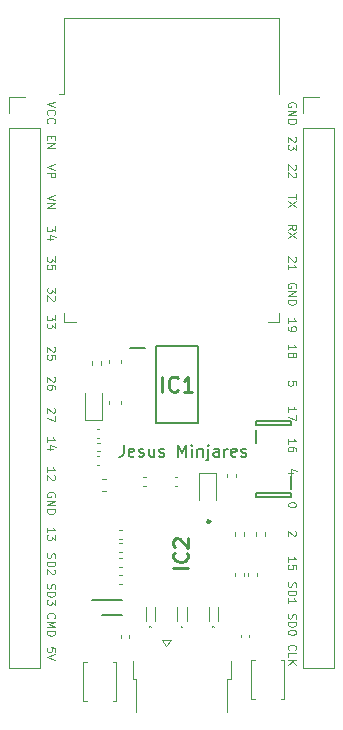
<source format=gto>
%TF.GenerationSoftware,KiCad,Pcbnew,(5.1.10)-1*%
%TF.CreationDate,2021-10-10T21:05:51-06:00*%
%TF.ProjectId,ESP32_Boardv2.0,45535033-325f-4426-9f61-726476322e30,rev?*%
%TF.SameCoordinates,Original*%
%TF.FileFunction,Legend,Top*%
%TF.FilePolarity,Positive*%
%FSLAX46Y46*%
G04 Gerber Fmt 4.6, Leading zero omitted, Abs format (unit mm)*
G04 Created by KiCad (PCBNEW (5.1.10)-1) date 2021-10-10 21:05:51*
%MOMM*%
%LPD*%
G01*
G04 APERTURE LIST*
%ADD10C,0.150000*%
%ADD11C,0.100000*%
%ADD12C,0.120000*%
%ADD13C,0.200000*%
%ADD14C,0.254000*%
G04 APERTURE END LIST*
D10*
X112666190Y-56692380D02*
X112666190Y-57406666D01*
X112618571Y-57549523D01*
X112523333Y-57644761D01*
X112380476Y-57692380D01*
X112285238Y-57692380D01*
X113523333Y-57644761D02*
X113428095Y-57692380D01*
X113237619Y-57692380D01*
X113142380Y-57644761D01*
X113094761Y-57549523D01*
X113094761Y-57168571D01*
X113142380Y-57073333D01*
X113237619Y-57025714D01*
X113428095Y-57025714D01*
X113523333Y-57073333D01*
X113570952Y-57168571D01*
X113570952Y-57263809D01*
X113094761Y-57359047D01*
X113951904Y-57644761D02*
X114047142Y-57692380D01*
X114237619Y-57692380D01*
X114332857Y-57644761D01*
X114380476Y-57549523D01*
X114380476Y-57501904D01*
X114332857Y-57406666D01*
X114237619Y-57359047D01*
X114094761Y-57359047D01*
X113999523Y-57311428D01*
X113951904Y-57216190D01*
X113951904Y-57168571D01*
X113999523Y-57073333D01*
X114094761Y-57025714D01*
X114237619Y-57025714D01*
X114332857Y-57073333D01*
X115237619Y-57025714D02*
X115237619Y-57692380D01*
X114809047Y-57025714D02*
X114809047Y-57549523D01*
X114856666Y-57644761D01*
X114951904Y-57692380D01*
X115094761Y-57692380D01*
X115190000Y-57644761D01*
X115237619Y-57597142D01*
X115666190Y-57644761D02*
X115761428Y-57692380D01*
X115951904Y-57692380D01*
X116047142Y-57644761D01*
X116094761Y-57549523D01*
X116094761Y-57501904D01*
X116047142Y-57406666D01*
X115951904Y-57359047D01*
X115809047Y-57359047D01*
X115713809Y-57311428D01*
X115666190Y-57216190D01*
X115666190Y-57168571D01*
X115713809Y-57073333D01*
X115809047Y-57025714D01*
X115951904Y-57025714D01*
X116047142Y-57073333D01*
X117285238Y-57692380D02*
X117285238Y-56692380D01*
X117618571Y-57406666D01*
X117951904Y-56692380D01*
X117951904Y-57692380D01*
X118428095Y-57692380D02*
X118428095Y-57025714D01*
X118428095Y-56692380D02*
X118380476Y-56740000D01*
X118428095Y-56787619D01*
X118475714Y-56740000D01*
X118428095Y-56692380D01*
X118428095Y-56787619D01*
X118904285Y-57025714D02*
X118904285Y-57692380D01*
X118904285Y-57120952D02*
X118951904Y-57073333D01*
X119047142Y-57025714D01*
X119190000Y-57025714D01*
X119285238Y-57073333D01*
X119332857Y-57168571D01*
X119332857Y-57692380D01*
X119809047Y-57025714D02*
X119809047Y-57882857D01*
X119761428Y-57978095D01*
X119666190Y-58025714D01*
X119618571Y-58025714D01*
X119809047Y-56692380D02*
X119761428Y-56740000D01*
X119809047Y-56787619D01*
X119856666Y-56740000D01*
X119809047Y-56692380D01*
X119809047Y-56787619D01*
X120713809Y-57692380D02*
X120713809Y-57168571D01*
X120666190Y-57073333D01*
X120570952Y-57025714D01*
X120380476Y-57025714D01*
X120285238Y-57073333D01*
X120713809Y-57644761D02*
X120618571Y-57692380D01*
X120380476Y-57692380D01*
X120285238Y-57644761D01*
X120237619Y-57549523D01*
X120237619Y-57454285D01*
X120285238Y-57359047D01*
X120380476Y-57311428D01*
X120618571Y-57311428D01*
X120713809Y-57263809D01*
X121190000Y-57692380D02*
X121190000Y-57025714D01*
X121190000Y-57216190D02*
X121237619Y-57120952D01*
X121285238Y-57073333D01*
X121380476Y-57025714D01*
X121475714Y-57025714D01*
X122190000Y-57644761D02*
X122094761Y-57692380D01*
X121904285Y-57692380D01*
X121809047Y-57644761D01*
X121761428Y-57549523D01*
X121761428Y-57168571D01*
X121809047Y-57073333D01*
X121904285Y-57025714D01*
X122094761Y-57025714D01*
X122190000Y-57073333D01*
X122237619Y-57168571D01*
X122237619Y-57263809D01*
X121761428Y-57359047D01*
X122618571Y-57644761D02*
X122713809Y-57692380D01*
X122904285Y-57692380D01*
X122999523Y-57644761D01*
X123047142Y-57549523D01*
X123047142Y-57501904D01*
X122999523Y-57406666D01*
X122904285Y-57359047D01*
X122761428Y-57359047D01*
X122666190Y-57311428D01*
X122618571Y-57216190D01*
X122618571Y-57168571D01*
X122666190Y-57073333D01*
X122761428Y-57025714D01*
X122904285Y-57025714D01*
X122999523Y-57073333D01*
D11*
X126630000Y-74063333D02*
X126596666Y-74030000D01*
X126563333Y-73930000D01*
X126563333Y-73863333D01*
X126596666Y-73763333D01*
X126663333Y-73696666D01*
X126730000Y-73663333D01*
X126863333Y-73630000D01*
X126963333Y-73630000D01*
X127096666Y-73663333D01*
X127163333Y-73696666D01*
X127230000Y-73763333D01*
X127263333Y-73863333D01*
X127263333Y-73930000D01*
X127230000Y-74030000D01*
X127196666Y-74063333D01*
X126563333Y-74696666D02*
X126563333Y-74363333D01*
X127263333Y-74363333D01*
X126563333Y-74930000D02*
X127263333Y-74930000D01*
X126563333Y-75330000D02*
X126963333Y-75030000D01*
X127263333Y-75330000D02*
X126863333Y-74930000D01*
X126596666Y-71016666D02*
X126563333Y-71116666D01*
X126563333Y-71283333D01*
X126596666Y-71350000D01*
X126630000Y-71383333D01*
X126696666Y-71416666D01*
X126763333Y-71416666D01*
X126830000Y-71383333D01*
X126863333Y-71350000D01*
X126896666Y-71283333D01*
X126930000Y-71150000D01*
X126963333Y-71083333D01*
X126996666Y-71050000D01*
X127063333Y-71016666D01*
X127130000Y-71016666D01*
X127196666Y-71050000D01*
X127230000Y-71083333D01*
X127263333Y-71150000D01*
X127263333Y-71316666D01*
X127230000Y-71416666D01*
X126563333Y-71716666D02*
X127263333Y-71716666D01*
X127263333Y-71883333D01*
X127230000Y-71983333D01*
X127163333Y-72050000D01*
X127096666Y-72083333D01*
X126963333Y-72116666D01*
X126863333Y-72116666D01*
X126730000Y-72083333D01*
X126663333Y-72050000D01*
X126596666Y-71983333D01*
X126563333Y-71883333D01*
X126563333Y-71716666D01*
X127263333Y-72550000D02*
X127263333Y-72616666D01*
X127230000Y-72683333D01*
X127196666Y-72716666D01*
X127130000Y-72750000D01*
X126996666Y-72783333D01*
X126830000Y-72783333D01*
X126696666Y-72750000D01*
X126630000Y-72716666D01*
X126596666Y-72683333D01*
X126563333Y-72616666D01*
X126563333Y-72550000D01*
X126596666Y-72483333D01*
X126630000Y-72450000D01*
X126696666Y-72416666D01*
X126830000Y-72383333D01*
X126996666Y-72383333D01*
X127130000Y-72416666D01*
X127196666Y-72450000D01*
X127230000Y-72483333D01*
X127263333Y-72550000D01*
X126596666Y-68346666D02*
X126563333Y-68446666D01*
X126563333Y-68613333D01*
X126596666Y-68680000D01*
X126630000Y-68713333D01*
X126696666Y-68746666D01*
X126763333Y-68746666D01*
X126830000Y-68713333D01*
X126863333Y-68680000D01*
X126896666Y-68613333D01*
X126930000Y-68480000D01*
X126963333Y-68413333D01*
X126996666Y-68380000D01*
X127063333Y-68346666D01*
X127130000Y-68346666D01*
X127196666Y-68380000D01*
X127230000Y-68413333D01*
X127263333Y-68480000D01*
X127263333Y-68646666D01*
X127230000Y-68746666D01*
X126563333Y-69046666D02*
X127263333Y-69046666D01*
X127263333Y-69213333D01*
X127230000Y-69313333D01*
X127163333Y-69380000D01*
X127096666Y-69413333D01*
X126963333Y-69446666D01*
X126863333Y-69446666D01*
X126730000Y-69413333D01*
X126663333Y-69380000D01*
X126596666Y-69313333D01*
X126563333Y-69213333D01*
X126563333Y-69046666D01*
X126563333Y-70113333D02*
X126563333Y-69713333D01*
X126563333Y-69913333D02*
X127263333Y-69913333D01*
X127163333Y-69846666D01*
X127096666Y-69780000D01*
X127063333Y-69713333D01*
X126563333Y-66586666D02*
X126563333Y-66186666D01*
X126563333Y-66386666D02*
X127263333Y-66386666D01*
X127163333Y-66320000D01*
X127096666Y-66253333D01*
X127063333Y-66186666D01*
X127263333Y-67220000D02*
X127263333Y-66886666D01*
X126930000Y-66853333D01*
X126963333Y-66886666D01*
X126996666Y-66953333D01*
X126996666Y-67120000D01*
X126963333Y-67186666D01*
X126930000Y-67220000D01*
X126863333Y-67253333D01*
X126696666Y-67253333D01*
X126630000Y-67220000D01*
X126596666Y-67186666D01*
X126563333Y-67120000D01*
X126563333Y-66953333D01*
X126596666Y-66886666D01*
X126630000Y-66853333D01*
X127196666Y-64010000D02*
X127230000Y-64043333D01*
X127263333Y-64110000D01*
X127263333Y-64276666D01*
X127230000Y-64343333D01*
X127196666Y-64376666D01*
X127130000Y-64410000D01*
X127063333Y-64410000D01*
X126963333Y-64376666D01*
X126563333Y-63976666D01*
X126563333Y-64410000D01*
X127263333Y-61746666D02*
X127263333Y-61813333D01*
X127230000Y-61880000D01*
X127196666Y-61913333D01*
X127130000Y-61946666D01*
X126996666Y-61980000D01*
X126830000Y-61980000D01*
X126696666Y-61946666D01*
X126630000Y-61913333D01*
X126596666Y-61880000D01*
X126563333Y-61813333D01*
X126563333Y-61746666D01*
X126596666Y-61680000D01*
X126630000Y-61646666D01*
X126696666Y-61613333D01*
X126830000Y-61580000D01*
X126996666Y-61580000D01*
X127130000Y-61613333D01*
X127196666Y-61646666D01*
X127230000Y-61680000D01*
X127263333Y-61746666D01*
X127030000Y-59123333D02*
X126563333Y-59123333D01*
X127296666Y-58956666D02*
X126796666Y-58790000D01*
X126796666Y-59223333D01*
X126563333Y-56596666D02*
X126563333Y-56196666D01*
X126563333Y-56396666D02*
X127263333Y-56396666D01*
X127163333Y-56330000D01*
X127096666Y-56263333D01*
X127063333Y-56196666D01*
X127263333Y-57196666D02*
X127263333Y-57063333D01*
X127230000Y-56996666D01*
X127196666Y-56963333D01*
X127096666Y-56896666D01*
X126963333Y-56863333D01*
X126696666Y-56863333D01*
X126630000Y-56896666D01*
X126596666Y-56930000D01*
X126563333Y-56996666D01*
X126563333Y-57130000D01*
X126596666Y-57196666D01*
X126630000Y-57230000D01*
X126696666Y-57263333D01*
X126863333Y-57263333D01*
X126930000Y-57230000D01*
X126963333Y-57196666D01*
X126996666Y-57130000D01*
X126996666Y-56996666D01*
X126963333Y-56930000D01*
X126930000Y-56896666D01*
X126863333Y-56863333D01*
X126563333Y-53906666D02*
X126563333Y-53506666D01*
X126563333Y-53706666D02*
X127263333Y-53706666D01*
X127163333Y-53640000D01*
X127096666Y-53573333D01*
X127063333Y-53506666D01*
X127263333Y-54140000D02*
X127263333Y-54606666D01*
X126563333Y-54306666D01*
X127263333Y-51656666D02*
X127263333Y-51323333D01*
X126930000Y-51290000D01*
X126963333Y-51323333D01*
X126996666Y-51390000D01*
X126996666Y-51556666D01*
X126963333Y-51623333D01*
X126930000Y-51656666D01*
X126863333Y-51690000D01*
X126696666Y-51690000D01*
X126630000Y-51656666D01*
X126596666Y-51623333D01*
X126563333Y-51556666D01*
X126563333Y-51390000D01*
X126596666Y-51323333D01*
X126630000Y-51290000D01*
X126563333Y-48626666D02*
X126563333Y-48226666D01*
X126563333Y-48426666D02*
X127263333Y-48426666D01*
X127163333Y-48360000D01*
X127096666Y-48293333D01*
X127063333Y-48226666D01*
X126963333Y-49026666D02*
X126996666Y-48960000D01*
X127030000Y-48926666D01*
X127096666Y-48893333D01*
X127130000Y-48893333D01*
X127196666Y-48926666D01*
X127230000Y-48960000D01*
X127263333Y-49026666D01*
X127263333Y-49160000D01*
X127230000Y-49226666D01*
X127196666Y-49260000D01*
X127130000Y-49293333D01*
X127096666Y-49293333D01*
X127030000Y-49260000D01*
X126996666Y-49226666D01*
X126963333Y-49160000D01*
X126963333Y-49026666D01*
X126930000Y-48960000D01*
X126896666Y-48926666D01*
X126830000Y-48893333D01*
X126696666Y-48893333D01*
X126630000Y-48926666D01*
X126596666Y-48960000D01*
X126563333Y-49026666D01*
X126563333Y-49160000D01*
X126596666Y-49226666D01*
X126630000Y-49260000D01*
X126696666Y-49293333D01*
X126830000Y-49293333D01*
X126896666Y-49260000D01*
X126930000Y-49226666D01*
X126963333Y-49160000D01*
X126563333Y-46406666D02*
X126563333Y-46006666D01*
X126563333Y-46206666D02*
X127263333Y-46206666D01*
X127163333Y-46140000D01*
X127096666Y-46073333D01*
X127063333Y-46006666D01*
X126563333Y-46740000D02*
X126563333Y-46873333D01*
X126596666Y-46940000D01*
X126630000Y-46973333D01*
X126730000Y-47040000D01*
X126863333Y-47073333D01*
X127130000Y-47073333D01*
X127196666Y-47040000D01*
X127230000Y-47006666D01*
X127263333Y-46940000D01*
X127263333Y-46806666D01*
X127230000Y-46740000D01*
X127196666Y-46706666D01*
X127130000Y-46673333D01*
X126963333Y-46673333D01*
X126896666Y-46706666D01*
X126863333Y-46740000D01*
X126830000Y-46806666D01*
X126830000Y-46940000D01*
X126863333Y-47006666D01*
X126896666Y-47040000D01*
X126963333Y-47073333D01*
X127230000Y-43386666D02*
X127263333Y-43320000D01*
X127263333Y-43220000D01*
X127230000Y-43120000D01*
X127163333Y-43053333D01*
X127096666Y-43020000D01*
X126963333Y-42986666D01*
X126863333Y-42986666D01*
X126730000Y-43020000D01*
X126663333Y-43053333D01*
X126596666Y-43120000D01*
X126563333Y-43220000D01*
X126563333Y-43286666D01*
X126596666Y-43386666D01*
X126630000Y-43420000D01*
X126863333Y-43420000D01*
X126863333Y-43286666D01*
X126563333Y-43720000D02*
X127263333Y-43720000D01*
X126563333Y-44120000D01*
X127263333Y-44120000D01*
X126563333Y-44453333D02*
X127263333Y-44453333D01*
X127263333Y-44620000D01*
X127230000Y-44720000D01*
X127163333Y-44786666D01*
X127096666Y-44820000D01*
X126963333Y-44853333D01*
X126863333Y-44853333D01*
X126730000Y-44820000D01*
X126663333Y-44786666D01*
X126596666Y-44720000D01*
X126563333Y-44620000D01*
X126563333Y-44453333D01*
X127196666Y-40786666D02*
X127230000Y-40820000D01*
X127263333Y-40886666D01*
X127263333Y-41053333D01*
X127230000Y-41120000D01*
X127196666Y-41153333D01*
X127130000Y-41186666D01*
X127063333Y-41186666D01*
X126963333Y-41153333D01*
X126563333Y-40753333D01*
X126563333Y-41186666D01*
X126563333Y-41853333D02*
X126563333Y-41453333D01*
X126563333Y-41653333D02*
X127263333Y-41653333D01*
X127163333Y-41586666D01*
X127096666Y-41520000D01*
X127063333Y-41453333D01*
X126563333Y-38483333D02*
X126896666Y-38250000D01*
X126563333Y-38083333D02*
X127263333Y-38083333D01*
X127263333Y-38350000D01*
X127230000Y-38416666D01*
X127196666Y-38450000D01*
X127130000Y-38483333D01*
X127030000Y-38483333D01*
X126963333Y-38450000D01*
X126930000Y-38416666D01*
X126896666Y-38350000D01*
X126896666Y-38083333D01*
X127263333Y-38716666D02*
X126563333Y-39183333D01*
X127263333Y-39183333D02*
X126563333Y-38716666D01*
X127263333Y-35506666D02*
X127263333Y-35906666D01*
X126563333Y-35706666D02*
X127263333Y-35706666D01*
X127263333Y-36073333D02*
X126563333Y-36540000D01*
X127263333Y-36540000D02*
X126563333Y-36073333D01*
X127196666Y-32996666D02*
X127230000Y-33030000D01*
X127263333Y-33096666D01*
X127263333Y-33263333D01*
X127230000Y-33330000D01*
X127196666Y-33363333D01*
X127130000Y-33396666D01*
X127063333Y-33396666D01*
X126963333Y-33363333D01*
X126563333Y-32963333D01*
X126563333Y-33396666D01*
X127196666Y-33663333D02*
X127230000Y-33696666D01*
X127263333Y-33763333D01*
X127263333Y-33930000D01*
X127230000Y-33996666D01*
X127196666Y-34030000D01*
X127130000Y-34063333D01*
X127063333Y-34063333D01*
X126963333Y-34030000D01*
X126563333Y-33630000D01*
X126563333Y-34063333D01*
X127196666Y-30646666D02*
X127230000Y-30680000D01*
X127263333Y-30746666D01*
X127263333Y-30913333D01*
X127230000Y-30980000D01*
X127196666Y-31013333D01*
X127130000Y-31046666D01*
X127063333Y-31046666D01*
X126963333Y-31013333D01*
X126563333Y-30613333D01*
X126563333Y-31046666D01*
X127263333Y-31280000D02*
X127263333Y-31713333D01*
X126996666Y-31480000D01*
X126996666Y-31580000D01*
X126963333Y-31646666D01*
X126930000Y-31680000D01*
X126863333Y-31713333D01*
X126696666Y-31713333D01*
X126630000Y-31680000D01*
X126596666Y-31646666D01*
X126563333Y-31580000D01*
X126563333Y-31380000D01*
X126596666Y-31313333D01*
X126630000Y-31280000D01*
X127230000Y-28086666D02*
X127263333Y-28020000D01*
X127263333Y-27920000D01*
X127230000Y-27820000D01*
X127163333Y-27753333D01*
X127096666Y-27720000D01*
X126963333Y-27686666D01*
X126863333Y-27686666D01*
X126730000Y-27720000D01*
X126663333Y-27753333D01*
X126596666Y-27820000D01*
X126563333Y-27920000D01*
X126563333Y-27986666D01*
X126596666Y-28086666D01*
X126630000Y-28120000D01*
X126863333Y-28120000D01*
X126863333Y-27986666D01*
X126563333Y-28420000D02*
X127263333Y-28420000D01*
X126563333Y-28820000D01*
X127263333Y-28820000D01*
X126563333Y-29153333D02*
X127263333Y-29153333D01*
X127263333Y-29320000D01*
X127230000Y-29420000D01*
X127163333Y-29486666D01*
X127096666Y-29520000D01*
X126963333Y-29553333D01*
X126863333Y-29553333D01*
X126730000Y-29520000D01*
X126663333Y-29486666D01*
X126596666Y-29420000D01*
X126563333Y-29320000D01*
X126563333Y-29153333D01*
X106863333Y-74206666D02*
X106863333Y-73873333D01*
X106530000Y-73840000D01*
X106563333Y-73873333D01*
X106596666Y-73940000D01*
X106596666Y-74106666D01*
X106563333Y-74173333D01*
X106530000Y-74206666D01*
X106463333Y-74240000D01*
X106296666Y-74240000D01*
X106230000Y-74206666D01*
X106196666Y-74173333D01*
X106163333Y-74106666D01*
X106163333Y-73940000D01*
X106196666Y-73873333D01*
X106230000Y-73840000D01*
X106863333Y-74440000D02*
X106163333Y-74673333D01*
X106863333Y-74906666D01*
X106230000Y-71376666D02*
X106196666Y-71343333D01*
X106163333Y-71243333D01*
X106163333Y-71176666D01*
X106196666Y-71076666D01*
X106263333Y-71010000D01*
X106330000Y-70976666D01*
X106463333Y-70943333D01*
X106563333Y-70943333D01*
X106696666Y-70976666D01*
X106763333Y-71010000D01*
X106830000Y-71076666D01*
X106863333Y-71176666D01*
X106863333Y-71243333D01*
X106830000Y-71343333D01*
X106796666Y-71376666D01*
X106163333Y-71676666D02*
X106863333Y-71676666D01*
X106363333Y-71910000D01*
X106863333Y-72143333D01*
X106163333Y-72143333D01*
X106163333Y-72476666D02*
X106863333Y-72476666D01*
X106863333Y-72643333D01*
X106830000Y-72743333D01*
X106763333Y-72810000D01*
X106696666Y-72843333D01*
X106563333Y-72876666D01*
X106463333Y-72876666D01*
X106330000Y-72843333D01*
X106263333Y-72810000D01*
X106196666Y-72743333D01*
X106163333Y-72643333D01*
X106163333Y-72476666D01*
X106196666Y-68476666D02*
X106163333Y-68576666D01*
X106163333Y-68743333D01*
X106196666Y-68810000D01*
X106230000Y-68843333D01*
X106296666Y-68876666D01*
X106363333Y-68876666D01*
X106430000Y-68843333D01*
X106463333Y-68810000D01*
X106496666Y-68743333D01*
X106530000Y-68610000D01*
X106563333Y-68543333D01*
X106596666Y-68510000D01*
X106663333Y-68476666D01*
X106730000Y-68476666D01*
X106796666Y-68510000D01*
X106830000Y-68543333D01*
X106863333Y-68610000D01*
X106863333Y-68776666D01*
X106830000Y-68876666D01*
X106163333Y-69176666D02*
X106863333Y-69176666D01*
X106863333Y-69343333D01*
X106830000Y-69443333D01*
X106763333Y-69510000D01*
X106696666Y-69543333D01*
X106563333Y-69576666D01*
X106463333Y-69576666D01*
X106330000Y-69543333D01*
X106263333Y-69510000D01*
X106196666Y-69443333D01*
X106163333Y-69343333D01*
X106163333Y-69176666D01*
X106863333Y-69810000D02*
X106863333Y-70243333D01*
X106596666Y-70010000D01*
X106596666Y-70110000D01*
X106563333Y-70176666D01*
X106530000Y-70210000D01*
X106463333Y-70243333D01*
X106296666Y-70243333D01*
X106230000Y-70210000D01*
X106196666Y-70176666D01*
X106163333Y-70110000D01*
X106163333Y-69910000D01*
X106196666Y-69843333D01*
X106230000Y-69810000D01*
X106196666Y-65896666D02*
X106163333Y-65996666D01*
X106163333Y-66163333D01*
X106196666Y-66230000D01*
X106230000Y-66263333D01*
X106296666Y-66296666D01*
X106363333Y-66296666D01*
X106430000Y-66263333D01*
X106463333Y-66230000D01*
X106496666Y-66163333D01*
X106530000Y-66030000D01*
X106563333Y-65963333D01*
X106596666Y-65930000D01*
X106663333Y-65896666D01*
X106730000Y-65896666D01*
X106796666Y-65930000D01*
X106830000Y-65963333D01*
X106863333Y-66030000D01*
X106863333Y-66196666D01*
X106830000Y-66296666D01*
X106163333Y-66596666D02*
X106863333Y-66596666D01*
X106863333Y-66763333D01*
X106830000Y-66863333D01*
X106763333Y-66930000D01*
X106696666Y-66963333D01*
X106563333Y-66996666D01*
X106463333Y-66996666D01*
X106330000Y-66963333D01*
X106263333Y-66930000D01*
X106196666Y-66863333D01*
X106163333Y-66763333D01*
X106163333Y-66596666D01*
X106796666Y-67263333D02*
X106830000Y-67296666D01*
X106863333Y-67363333D01*
X106863333Y-67530000D01*
X106830000Y-67596666D01*
X106796666Y-67630000D01*
X106730000Y-67663333D01*
X106663333Y-67663333D01*
X106563333Y-67630000D01*
X106163333Y-67230000D01*
X106163333Y-67663333D01*
X106163333Y-64106666D02*
X106163333Y-63706666D01*
X106163333Y-63906666D02*
X106863333Y-63906666D01*
X106763333Y-63840000D01*
X106696666Y-63773333D01*
X106663333Y-63706666D01*
X106863333Y-64340000D02*
X106863333Y-64773333D01*
X106596666Y-64540000D01*
X106596666Y-64640000D01*
X106563333Y-64706666D01*
X106530000Y-64740000D01*
X106463333Y-64773333D01*
X106296666Y-64773333D01*
X106230000Y-64740000D01*
X106196666Y-64706666D01*
X106163333Y-64640000D01*
X106163333Y-64440000D01*
X106196666Y-64373333D01*
X106230000Y-64340000D01*
X106830000Y-61096666D02*
X106863333Y-61030000D01*
X106863333Y-60930000D01*
X106830000Y-60830000D01*
X106763333Y-60763333D01*
X106696666Y-60730000D01*
X106563333Y-60696666D01*
X106463333Y-60696666D01*
X106330000Y-60730000D01*
X106263333Y-60763333D01*
X106196666Y-60830000D01*
X106163333Y-60930000D01*
X106163333Y-60996666D01*
X106196666Y-61096666D01*
X106230000Y-61130000D01*
X106463333Y-61130000D01*
X106463333Y-60996666D01*
X106163333Y-61430000D02*
X106863333Y-61430000D01*
X106163333Y-61830000D01*
X106863333Y-61830000D01*
X106163333Y-62163333D02*
X106863333Y-62163333D01*
X106863333Y-62330000D01*
X106830000Y-62430000D01*
X106763333Y-62496666D01*
X106696666Y-62530000D01*
X106563333Y-62563333D01*
X106463333Y-62563333D01*
X106330000Y-62530000D01*
X106263333Y-62496666D01*
X106196666Y-62430000D01*
X106163333Y-62330000D01*
X106163333Y-62163333D01*
X106163333Y-59006666D02*
X106163333Y-58606666D01*
X106163333Y-58806666D02*
X106863333Y-58806666D01*
X106763333Y-58740000D01*
X106696666Y-58673333D01*
X106663333Y-58606666D01*
X106796666Y-59273333D02*
X106830000Y-59306666D01*
X106863333Y-59373333D01*
X106863333Y-59540000D01*
X106830000Y-59606666D01*
X106796666Y-59640000D01*
X106730000Y-59673333D01*
X106663333Y-59673333D01*
X106563333Y-59640000D01*
X106163333Y-59240000D01*
X106163333Y-59673333D01*
X106163333Y-56476666D02*
X106163333Y-56076666D01*
X106163333Y-56276666D02*
X106863333Y-56276666D01*
X106763333Y-56210000D01*
X106696666Y-56143333D01*
X106663333Y-56076666D01*
X106630000Y-57076666D02*
X106163333Y-57076666D01*
X106896666Y-56910000D02*
X106396666Y-56743333D01*
X106396666Y-57176666D01*
X106796666Y-53596666D02*
X106830000Y-53630000D01*
X106863333Y-53696666D01*
X106863333Y-53863333D01*
X106830000Y-53930000D01*
X106796666Y-53963333D01*
X106730000Y-53996666D01*
X106663333Y-53996666D01*
X106563333Y-53963333D01*
X106163333Y-53563333D01*
X106163333Y-53996666D01*
X106863333Y-54230000D02*
X106863333Y-54696666D01*
X106163333Y-54396666D01*
X106796666Y-50956666D02*
X106830000Y-50990000D01*
X106863333Y-51056666D01*
X106863333Y-51223333D01*
X106830000Y-51290000D01*
X106796666Y-51323333D01*
X106730000Y-51356666D01*
X106663333Y-51356666D01*
X106563333Y-51323333D01*
X106163333Y-50923333D01*
X106163333Y-51356666D01*
X106863333Y-51956666D02*
X106863333Y-51823333D01*
X106830000Y-51756666D01*
X106796666Y-51723333D01*
X106696666Y-51656666D01*
X106563333Y-51623333D01*
X106296666Y-51623333D01*
X106230000Y-51656666D01*
X106196666Y-51690000D01*
X106163333Y-51756666D01*
X106163333Y-51890000D01*
X106196666Y-51956666D01*
X106230000Y-51990000D01*
X106296666Y-52023333D01*
X106463333Y-52023333D01*
X106530000Y-51990000D01*
X106563333Y-51956666D01*
X106596666Y-51890000D01*
X106596666Y-51756666D01*
X106563333Y-51690000D01*
X106530000Y-51656666D01*
X106463333Y-51623333D01*
X106796666Y-48416666D02*
X106830000Y-48450000D01*
X106863333Y-48516666D01*
X106863333Y-48683333D01*
X106830000Y-48750000D01*
X106796666Y-48783333D01*
X106730000Y-48816666D01*
X106663333Y-48816666D01*
X106563333Y-48783333D01*
X106163333Y-48383333D01*
X106163333Y-48816666D01*
X106863333Y-49450000D02*
X106863333Y-49116666D01*
X106530000Y-49083333D01*
X106563333Y-49116666D01*
X106596666Y-49183333D01*
X106596666Y-49350000D01*
X106563333Y-49416666D01*
X106530000Y-49450000D01*
X106463333Y-49483333D01*
X106296666Y-49483333D01*
X106230000Y-49450000D01*
X106196666Y-49416666D01*
X106163333Y-49350000D01*
X106163333Y-49183333D01*
X106196666Y-49116666D01*
X106230000Y-49083333D01*
X106863333Y-45733333D02*
X106863333Y-46166666D01*
X106596666Y-45933333D01*
X106596666Y-46033333D01*
X106563333Y-46100000D01*
X106530000Y-46133333D01*
X106463333Y-46166666D01*
X106296666Y-46166666D01*
X106230000Y-46133333D01*
X106196666Y-46100000D01*
X106163333Y-46033333D01*
X106163333Y-45833333D01*
X106196666Y-45766666D01*
X106230000Y-45733333D01*
X106863333Y-46400000D02*
X106863333Y-46833333D01*
X106596666Y-46600000D01*
X106596666Y-46700000D01*
X106563333Y-46766666D01*
X106530000Y-46800000D01*
X106463333Y-46833333D01*
X106296666Y-46833333D01*
X106230000Y-46800000D01*
X106196666Y-46766666D01*
X106163333Y-46700000D01*
X106163333Y-46500000D01*
X106196666Y-46433333D01*
X106230000Y-46400000D01*
X106873333Y-43393333D02*
X106873333Y-43826666D01*
X106606666Y-43593333D01*
X106606666Y-43693333D01*
X106573333Y-43760000D01*
X106540000Y-43793333D01*
X106473333Y-43826666D01*
X106306666Y-43826666D01*
X106240000Y-43793333D01*
X106206666Y-43760000D01*
X106173333Y-43693333D01*
X106173333Y-43493333D01*
X106206666Y-43426666D01*
X106240000Y-43393333D01*
X106806666Y-44093333D02*
X106840000Y-44126666D01*
X106873333Y-44193333D01*
X106873333Y-44360000D01*
X106840000Y-44426666D01*
X106806666Y-44460000D01*
X106740000Y-44493333D01*
X106673333Y-44493333D01*
X106573333Y-44460000D01*
X106173333Y-44060000D01*
X106173333Y-44493333D01*
X106863333Y-40753333D02*
X106863333Y-41186666D01*
X106596666Y-40953333D01*
X106596666Y-41053333D01*
X106563333Y-41120000D01*
X106530000Y-41153333D01*
X106463333Y-41186666D01*
X106296666Y-41186666D01*
X106230000Y-41153333D01*
X106196666Y-41120000D01*
X106163333Y-41053333D01*
X106163333Y-40853333D01*
X106196666Y-40786666D01*
X106230000Y-40753333D01*
X106863333Y-41820000D02*
X106863333Y-41486666D01*
X106530000Y-41453333D01*
X106563333Y-41486666D01*
X106596666Y-41553333D01*
X106596666Y-41720000D01*
X106563333Y-41786666D01*
X106530000Y-41820000D01*
X106463333Y-41853333D01*
X106296666Y-41853333D01*
X106230000Y-41820000D01*
X106196666Y-41786666D01*
X106163333Y-41720000D01*
X106163333Y-41553333D01*
X106196666Y-41486666D01*
X106230000Y-41453333D01*
X106863333Y-38203333D02*
X106863333Y-38636666D01*
X106596666Y-38403333D01*
X106596666Y-38503333D01*
X106563333Y-38570000D01*
X106530000Y-38603333D01*
X106463333Y-38636666D01*
X106296666Y-38636666D01*
X106230000Y-38603333D01*
X106196666Y-38570000D01*
X106163333Y-38503333D01*
X106163333Y-38303333D01*
X106196666Y-38236666D01*
X106230000Y-38203333D01*
X106630000Y-39236666D02*
X106163333Y-39236666D01*
X106896666Y-39070000D02*
X106396666Y-38903333D01*
X106396666Y-39336666D01*
X106863333Y-35530000D02*
X106163333Y-35763333D01*
X106863333Y-35996666D01*
X106163333Y-36230000D02*
X106863333Y-36230000D01*
X106163333Y-36630000D01*
X106863333Y-36630000D01*
X106863333Y-32956666D02*
X106163333Y-33190000D01*
X106863333Y-33423333D01*
X106163333Y-33656666D02*
X106863333Y-33656666D01*
X106863333Y-33923333D01*
X106830000Y-33990000D01*
X106796666Y-34023333D01*
X106730000Y-34056666D01*
X106630000Y-34056666D01*
X106563333Y-34023333D01*
X106530000Y-33990000D01*
X106496666Y-33923333D01*
X106496666Y-33656666D01*
X106530000Y-30533333D02*
X106530000Y-30766666D01*
X106163333Y-30866666D02*
X106163333Y-30533333D01*
X106863333Y-30533333D01*
X106863333Y-30866666D01*
X106163333Y-31166666D02*
X106863333Y-31166666D01*
X106163333Y-31566666D01*
X106863333Y-31566666D01*
X106863333Y-27646666D02*
X106163333Y-27880000D01*
X106863333Y-28113333D01*
X106230000Y-28746666D02*
X106196666Y-28713333D01*
X106163333Y-28613333D01*
X106163333Y-28546666D01*
X106196666Y-28446666D01*
X106263333Y-28380000D01*
X106330000Y-28346666D01*
X106463333Y-28313333D01*
X106563333Y-28313333D01*
X106696666Y-28346666D01*
X106763333Y-28380000D01*
X106830000Y-28446666D01*
X106863333Y-28546666D01*
X106863333Y-28613333D01*
X106830000Y-28713333D01*
X106796666Y-28746666D01*
X106230000Y-29446666D02*
X106196666Y-29413333D01*
X106163333Y-29313333D01*
X106163333Y-29246666D01*
X106196666Y-29146666D01*
X106263333Y-29080000D01*
X106330000Y-29046666D01*
X106463333Y-29013333D01*
X106563333Y-29013333D01*
X106696666Y-29046666D01*
X106763333Y-29080000D01*
X106830000Y-29146666D01*
X106863333Y-29246666D01*
X106863333Y-29313333D01*
X106830000Y-29413333D01*
X106796666Y-29446666D01*
D12*
%TO.C,J2*%
X102937000Y-75625000D02*
X105597000Y-75625000D01*
X102937000Y-29845000D02*
X102937000Y-75625000D01*
X105597000Y-29845000D02*
X105597000Y-75625000D01*
X102937000Y-29845000D02*
X105597000Y-29845000D01*
X102937000Y-28575000D02*
X102937000Y-27245000D01*
X102937000Y-27245000D02*
X104267000Y-27245000D01*
D11*
%TO.C,D2*%
X119869000Y-71593000D02*
X119869000Y-70393000D01*
X120669000Y-71593000D02*
X120669000Y-70393000D01*
X120169000Y-72093000D02*
X120169000Y-72093000D01*
X120269000Y-72093000D02*
X120269000Y-72093000D01*
X120269000Y-72093000D02*
G75*
G02*
X120169000Y-72093000I-50000J0D01*
G01*
X120169000Y-72093000D02*
G75*
G02*
X120269000Y-72093000I50000J0D01*
G01*
%TO.C,D3*%
X117202000Y-71593000D02*
X117202000Y-70393000D01*
X118002000Y-71593000D02*
X118002000Y-70393000D01*
X117502000Y-72093000D02*
X117502000Y-72093000D01*
X117602000Y-72093000D02*
X117602000Y-72093000D01*
X117602000Y-72093000D02*
G75*
G02*
X117502000Y-72093000I-50000J0D01*
G01*
X117502000Y-72093000D02*
G75*
G02*
X117602000Y-72093000I50000J0D01*
G01*
%TO.C,D4*%
X114935000Y-72093000D02*
X114935000Y-72093000D01*
X114835000Y-72093000D02*
X114835000Y-72093000D01*
X115335000Y-71593000D02*
X115335000Y-70393000D01*
X114535000Y-71593000D02*
X114535000Y-70393000D01*
X114835000Y-72093000D02*
G75*
G02*
X114935000Y-72093000I50000J0D01*
G01*
X114935000Y-72093000D02*
G75*
G02*
X114835000Y-72093000I-50000J0D01*
G01*
D13*
%TO.C,D5*%
X109933000Y-69835000D02*
X112483000Y-69835000D01*
X110783000Y-71135000D02*
X112483000Y-71135000D01*
%TO.C,IC1*%
X115405500Y-48373500D02*
X118909500Y-48373500D01*
X118909500Y-48373500D02*
X118909500Y-54877500D01*
X118909500Y-54877500D02*
X115405500Y-54877500D01*
X115405500Y-54877500D02*
X115405500Y-48373500D01*
X113157500Y-48510500D02*
X114457500Y-48510500D01*
D14*
%TO.C,IC2*%
X119977000Y-63190000D02*
G75*
G03*
X119977000Y-63190000I-125000J0D01*
G01*
D12*
%TO.C,J1*%
X116277000Y-73716000D02*
X115877000Y-73266000D01*
X115877000Y-73266000D02*
X116677000Y-73266000D01*
X116677000Y-73266000D02*
X116277000Y-73716000D01*
X121427000Y-79316000D02*
X121427000Y-76516000D01*
X121427000Y-76516000D02*
X121727000Y-76516000D01*
X121727000Y-76516000D02*
X121727000Y-74966000D01*
X113727000Y-79316000D02*
X113727000Y-76516000D01*
X113427000Y-76516000D02*
X113727000Y-76516000D01*
X113427000Y-76516000D02*
X113427000Y-74966000D01*
%TO.C,J3*%
X127829000Y-75625000D02*
X130489000Y-75625000D01*
X127829000Y-29845000D02*
X127829000Y-75625000D01*
X130489000Y-29845000D02*
X130489000Y-75625000D01*
X127829000Y-29845000D02*
X130489000Y-29845000D01*
X127829000Y-28575000D02*
X127829000Y-27245000D01*
X127829000Y-27245000D02*
X129159000Y-27245000D01*
D13*
%TO.C,Q1*%
X123899000Y-55064000D02*
X123899000Y-54664000D01*
X123899000Y-54664000D02*
X126799000Y-54664000D01*
X126799000Y-54664000D02*
X126799000Y-55064000D01*
X126799000Y-55064000D02*
X123899000Y-55064000D01*
X123849000Y-56514000D02*
X123849000Y-55414000D01*
%TO.C,Q2*%
X126849000Y-59310000D02*
X126849000Y-60410000D01*
X123899000Y-60760000D02*
X126799000Y-60760000D01*
X123899000Y-61160000D02*
X123899000Y-60760000D01*
X126799000Y-61160000D02*
X123899000Y-61160000D01*
X126799000Y-60760000D02*
X126799000Y-61160000D01*
D12*
%TO.C,SW1*%
X125941000Y-78231000D02*
X126241000Y-78231000D01*
X126241000Y-78231000D02*
X126241000Y-74931000D01*
X126241000Y-74931000D02*
X125941000Y-74931000D01*
X123741000Y-78231000D02*
X123441000Y-78231000D01*
X123441000Y-78231000D02*
X123441000Y-74931000D01*
X123441000Y-74931000D02*
X123741000Y-74931000D01*
%TO.C,SW2*%
X109217000Y-75058000D02*
X109517000Y-75058000D01*
X109217000Y-78358000D02*
X109217000Y-75058000D01*
X109517000Y-78358000D02*
X109217000Y-78358000D01*
X112017000Y-75058000D02*
X111717000Y-75058000D01*
X112017000Y-78358000D02*
X112017000Y-75058000D01*
X111717000Y-78358000D02*
X112017000Y-78358000D01*
%TO.C,U1*%
X107593000Y-45549000D02*
X107593000Y-46329000D01*
X107593000Y-46329000D02*
X108593000Y-46329000D01*
X125833000Y-45549000D02*
X125833000Y-46329000D01*
X125833000Y-46329000D02*
X124833000Y-46329000D01*
X107593000Y-20584000D02*
X125833000Y-20584000D01*
X125833000Y-20584000D02*
X125833000Y-27004000D01*
X107593000Y-20584000D02*
X107593000Y-27004000D01*
X107593000Y-27004000D02*
X107213000Y-27004000D01*
%TO.C,C1*%
X111377000Y-52958420D02*
X111377000Y-53239580D01*
X112397000Y-52958420D02*
X112397000Y-53239580D01*
%TO.C,C2*%
X111138580Y-60581000D02*
X110857420Y-60581000D01*
X111138580Y-59561000D02*
X110857420Y-59561000D01*
%TO.C,C3*%
X110625836Y-57256000D02*
X110410164Y-57256000D01*
X110625836Y-56536000D02*
X110410164Y-56536000D01*
%TO.C,C5*%
X110597836Y-56113000D02*
X110382164Y-56113000D01*
X110597836Y-55393000D02*
X110382164Y-55393000D01*
%TO.C,C6*%
X116986164Y-60177000D02*
X117201836Y-60177000D01*
X116986164Y-59457000D02*
X117201836Y-59457000D01*
%TO.C,C7*%
X111377000Y-49810580D02*
X111377000Y-49529420D01*
X112397000Y-49810580D02*
X112397000Y-49529420D01*
%TO.C,C8*%
X110597836Y-57679000D02*
X110382164Y-57679000D01*
X110597836Y-58399000D02*
X110382164Y-58399000D01*
%TO.C,C9*%
X113136000Y-72818164D02*
X113136000Y-73033836D01*
X112416000Y-72818164D02*
X112416000Y-73033836D01*
%TO.C,D1*%
X109374000Y-52311500D02*
X109374000Y-54596500D01*
X109374000Y-54596500D02*
X110844000Y-54596500D01*
X110844000Y-54596500D02*
X110844000Y-52311500D01*
%TO.C,D6*%
X120496000Y-61353500D02*
X120496000Y-59068500D01*
X120496000Y-59068500D02*
X119026000Y-59068500D01*
X119026000Y-59068500D02*
X119026000Y-61353500D01*
%TO.C,R1*%
X109983000Y-49628359D02*
X109983000Y-49935641D01*
X110743000Y-49628359D02*
X110743000Y-49935641D01*
%TO.C,R2*%
X122808000Y-67537359D02*
X122808000Y-67844641D01*
X122048000Y-67537359D02*
X122048000Y-67844641D01*
%TO.C,R3*%
X123191000Y-67539359D02*
X123191000Y-67846641D01*
X123951000Y-67539359D02*
X123951000Y-67846641D01*
%TO.C,R4*%
X124586000Y-64110359D02*
X124586000Y-64417641D01*
X123826000Y-64110359D02*
X123826000Y-64417641D01*
%TO.C,R5*%
X122173000Y-59462641D02*
X122173000Y-59155359D01*
X121413000Y-59462641D02*
X121413000Y-59155359D01*
%TO.C,R6*%
X112243359Y-65025000D02*
X112550641Y-65025000D01*
X112243359Y-65785000D02*
X112550641Y-65785000D01*
%TO.C,R7*%
X114578641Y-59437000D02*
X114271359Y-59437000D01*
X114578641Y-60197000D02*
X114271359Y-60197000D01*
%TO.C,R8*%
X112239359Y-64642000D02*
X112546641Y-64642000D01*
X112239359Y-63882000D02*
X112546641Y-63882000D01*
%TO.C,R9*%
X112241359Y-66295000D02*
X112548641Y-66295000D01*
X112241359Y-67055000D02*
X112548641Y-67055000D01*
%TO.C,R10*%
X112243359Y-68452000D02*
X112550641Y-68452000D01*
X112243359Y-67692000D02*
X112550641Y-67692000D01*
%TO.C,R11*%
X122048000Y-64110359D02*
X122048000Y-64417641D01*
X122808000Y-64110359D02*
X122808000Y-64417641D01*
%TO.C,C4*%
X122576000Y-72790164D02*
X122576000Y-73005836D01*
X123296000Y-72790164D02*
X123296000Y-73005836D01*
%TO.C,IC1*%
D14*
X115917738Y-52200023D02*
X115917738Y-50930023D01*
X117248214Y-52079071D02*
X117187738Y-52139547D01*
X117006309Y-52200023D01*
X116885357Y-52200023D01*
X116703928Y-52139547D01*
X116582976Y-52018595D01*
X116522500Y-51897642D01*
X116462023Y-51655738D01*
X116462023Y-51474309D01*
X116522500Y-51232404D01*
X116582976Y-51111452D01*
X116703928Y-50990500D01*
X116885357Y-50930023D01*
X117006309Y-50930023D01*
X117187738Y-50990500D01*
X117248214Y-51050976D01*
X118457738Y-52200023D02*
X117732023Y-52200023D01*
X118094880Y-52200023D02*
X118094880Y-50930023D01*
X117973928Y-51111452D01*
X117852976Y-51232404D01*
X117732023Y-51292880D01*
%TO.C,IC2*%
X118113023Y-67152761D02*
X116843023Y-67152761D01*
X117992071Y-65822285D02*
X118052547Y-65882761D01*
X118113023Y-66064190D01*
X118113023Y-66185142D01*
X118052547Y-66366571D01*
X117931595Y-66487523D01*
X117810642Y-66548000D01*
X117568738Y-66608476D01*
X117387309Y-66608476D01*
X117145404Y-66548000D01*
X117024452Y-66487523D01*
X116903500Y-66366571D01*
X116843023Y-66185142D01*
X116843023Y-66064190D01*
X116903500Y-65882761D01*
X116963976Y-65822285D01*
X116963976Y-65338476D02*
X116903500Y-65278000D01*
X116843023Y-65157047D01*
X116843023Y-64854666D01*
X116903500Y-64733714D01*
X116963976Y-64673238D01*
X117084928Y-64612761D01*
X117205880Y-64612761D01*
X117387309Y-64673238D01*
X118113023Y-65398952D01*
X118113023Y-64612761D01*
%TD*%
M02*

</source>
